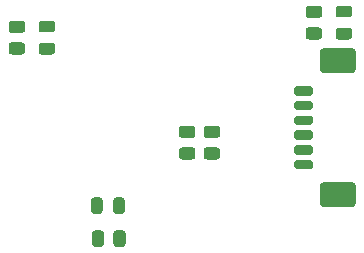
<source format=gbr>
%TF.GenerationSoftware,KiCad,Pcbnew,(5.1.8)-1*%
%TF.CreationDate,2022-04-17T09:09:35+02:00*%
%TF.ProjectId,UPDI-Adapter_V1.0,55504449-2d41-4646-9170-7465725f5631,rev?*%
%TF.SameCoordinates,Original*%
%TF.FileFunction,Paste,Top*%
%TF.FilePolarity,Positive*%
%FSLAX46Y46*%
G04 Gerber Fmt 4.6, Leading zero omitted, Abs format (unit mm)*
G04 Created by KiCad (PCBNEW (5.1.8)-1) date 2022-04-17 09:09:35*
%MOMM*%
%LPD*%
G01*
G04 APERTURE LIST*
G04 APERTURE END LIST*
%TO.C,D1*%
G36*
G01*
X51256250Y-49685000D02*
X50343750Y-49685000D01*
G75*
G02*
X50100000Y-49441250I0J243750D01*
G01*
X50100000Y-48953750D01*
G75*
G02*
X50343750Y-48710000I243750J0D01*
G01*
X51256250Y-48710000D01*
G75*
G02*
X51500000Y-48953750I0J-243750D01*
G01*
X51500000Y-49441250D01*
G75*
G02*
X51256250Y-49685000I-243750J0D01*
G01*
G37*
G36*
G01*
X51256250Y-47810000D02*
X50343750Y-47810000D01*
G75*
G02*
X50100000Y-47566250I0J243750D01*
G01*
X50100000Y-47078750D01*
G75*
G02*
X50343750Y-46835000I243750J0D01*
G01*
X51256250Y-46835000D01*
G75*
G02*
X51500000Y-47078750I0J-243750D01*
G01*
X51500000Y-47566250D01*
G75*
G02*
X51256250Y-47810000I-243750J0D01*
G01*
G37*
%TD*%
%TO.C,D2*%
G36*
G01*
X76402250Y-46540000D02*
X75489750Y-46540000D01*
G75*
G02*
X75246000Y-46296250I0J243750D01*
G01*
X75246000Y-45808750D01*
G75*
G02*
X75489750Y-45565000I243750J0D01*
G01*
X76402250Y-45565000D01*
G75*
G02*
X76646000Y-45808750I0J-243750D01*
G01*
X76646000Y-46296250D01*
G75*
G02*
X76402250Y-46540000I-243750J0D01*
G01*
G37*
G36*
G01*
X76402250Y-48415000D02*
X75489750Y-48415000D01*
G75*
G02*
X75246000Y-48171250I0J243750D01*
G01*
X75246000Y-47683750D01*
G75*
G02*
X75489750Y-47440000I243750J0D01*
G01*
X76402250Y-47440000D01*
G75*
G02*
X76646000Y-47683750I0J-243750D01*
G01*
X76646000Y-48171250D01*
G75*
G02*
X76402250Y-48415000I-243750J0D01*
G01*
G37*
%TD*%
%TO.C,R1*%
G36*
G01*
X48710001Y-49685000D02*
X47809999Y-49685000D01*
G75*
G02*
X47560000Y-49435001I0J249999D01*
G01*
X47560000Y-48909999D01*
G75*
G02*
X47809999Y-48660000I249999J0D01*
G01*
X48710001Y-48660000D01*
G75*
G02*
X48960000Y-48909999I0J-249999D01*
G01*
X48960000Y-49435001D01*
G75*
G02*
X48710001Y-49685000I-249999J0D01*
G01*
G37*
G36*
G01*
X48710001Y-47860000D02*
X47809999Y-47860000D01*
G75*
G02*
X47560000Y-47610001I0J249999D01*
G01*
X47560000Y-47084999D01*
G75*
G02*
X47809999Y-46835000I249999J0D01*
G01*
X48710001Y-46835000D01*
G75*
G02*
X48960000Y-47084999I0J-249999D01*
G01*
X48960000Y-47610001D01*
G75*
G02*
X48710001Y-47860000I-249999J0D01*
G01*
G37*
%TD*%
%TO.C,R2*%
G36*
G01*
X73856001Y-46590000D02*
X72955999Y-46590000D01*
G75*
G02*
X72706000Y-46340001I0J249999D01*
G01*
X72706000Y-45814999D01*
G75*
G02*
X72955999Y-45565000I249999J0D01*
G01*
X73856001Y-45565000D01*
G75*
G02*
X74106000Y-45814999I0J-249999D01*
G01*
X74106000Y-46340001D01*
G75*
G02*
X73856001Y-46590000I-249999J0D01*
G01*
G37*
G36*
G01*
X73856001Y-48415000D02*
X72955999Y-48415000D01*
G75*
G02*
X72706000Y-48165001I0J249999D01*
G01*
X72706000Y-47639999D01*
G75*
G02*
X72955999Y-47390000I249999J0D01*
G01*
X73856001Y-47390000D01*
G75*
G02*
X74106000Y-47639999I0J-249999D01*
G01*
X74106000Y-48165001D01*
G75*
G02*
X73856001Y-48415000I-249999J0D01*
G01*
G37*
%TD*%
%TO.C,X1*%
G36*
G01*
X73130000Y-59405000D02*
X71930000Y-59405000D01*
G75*
G02*
X71730000Y-59205000I0J200000D01*
G01*
X71730000Y-58805000D01*
G75*
G02*
X71930000Y-58605000I200000J0D01*
G01*
X73130000Y-58605000D01*
G75*
G02*
X73330000Y-58805000I0J-200000D01*
G01*
X73330000Y-59205000D01*
G75*
G02*
X73130000Y-59405000I-200000J0D01*
G01*
G37*
G36*
G01*
X73130000Y-58155000D02*
X71930000Y-58155000D01*
G75*
G02*
X71730000Y-57955000I0J200000D01*
G01*
X71730000Y-57555000D01*
G75*
G02*
X71930000Y-57355000I200000J0D01*
G01*
X73130000Y-57355000D01*
G75*
G02*
X73330000Y-57555000I0J-200000D01*
G01*
X73330000Y-57955000D01*
G75*
G02*
X73130000Y-58155000I-200000J0D01*
G01*
G37*
G36*
G01*
X73130000Y-56905000D02*
X71930000Y-56905000D01*
G75*
G02*
X71730000Y-56705000I0J200000D01*
G01*
X71730000Y-56305000D01*
G75*
G02*
X71930000Y-56105000I200000J0D01*
G01*
X73130000Y-56105000D01*
G75*
G02*
X73330000Y-56305000I0J-200000D01*
G01*
X73330000Y-56705000D01*
G75*
G02*
X73130000Y-56905000I-200000J0D01*
G01*
G37*
G36*
G01*
X73130000Y-55655000D02*
X71930000Y-55655000D01*
G75*
G02*
X71730000Y-55455000I0J200000D01*
G01*
X71730000Y-55055000D01*
G75*
G02*
X71930000Y-54855000I200000J0D01*
G01*
X73130000Y-54855000D01*
G75*
G02*
X73330000Y-55055000I0J-200000D01*
G01*
X73330000Y-55455000D01*
G75*
G02*
X73130000Y-55655000I-200000J0D01*
G01*
G37*
G36*
G01*
X73130000Y-54405000D02*
X71930000Y-54405000D01*
G75*
G02*
X71730000Y-54205000I0J200000D01*
G01*
X71730000Y-53805000D01*
G75*
G02*
X71930000Y-53605000I200000J0D01*
G01*
X73130000Y-53605000D01*
G75*
G02*
X73330000Y-53805000I0J-200000D01*
G01*
X73330000Y-54205000D01*
G75*
G02*
X73130000Y-54405000I-200000J0D01*
G01*
G37*
G36*
G01*
X73130000Y-53155000D02*
X71930000Y-53155000D01*
G75*
G02*
X71730000Y-52955000I0J200000D01*
G01*
X71730000Y-52555000D01*
G75*
G02*
X71930000Y-52355000I200000J0D01*
G01*
X73130000Y-52355000D01*
G75*
G02*
X73330000Y-52555000I0J-200000D01*
G01*
X73330000Y-52955000D01*
G75*
G02*
X73130000Y-53155000I-200000J0D01*
G01*
G37*
G36*
G01*
X76680000Y-62605000D02*
X74180000Y-62605000D01*
G75*
G02*
X73930000Y-62355000I0J250000D01*
G01*
X73930000Y-60755000D01*
G75*
G02*
X74180000Y-60505000I250000J0D01*
G01*
X76680000Y-60505000D01*
G75*
G02*
X76930000Y-60755000I0J-250000D01*
G01*
X76930000Y-62355000D01*
G75*
G02*
X76680000Y-62605000I-250000J0D01*
G01*
G37*
G36*
G01*
X76680000Y-51255000D02*
X74180000Y-51255000D01*
G75*
G02*
X73930000Y-51005000I0J250000D01*
G01*
X73930000Y-49405000D01*
G75*
G02*
X74180000Y-49155000I250000J0D01*
G01*
X76680000Y-49155000D01*
G75*
G02*
X76930000Y-49405000I0J-250000D01*
G01*
X76930000Y-51005000D01*
G75*
G02*
X76680000Y-51255000I-250000J0D01*
G01*
G37*
%TD*%
%TO.C,R3*%
G36*
G01*
X63115002Y-58575000D02*
X62215000Y-58575000D01*
G75*
G02*
X61965001Y-58325001I0J249999D01*
G01*
X61965001Y-57799999D01*
G75*
G02*
X62215000Y-57550000I249999J0D01*
G01*
X63115002Y-57550000D01*
G75*
G02*
X63365001Y-57799999I0J-249999D01*
G01*
X63365001Y-58325001D01*
G75*
G02*
X63115002Y-58575000I-249999J0D01*
G01*
G37*
G36*
G01*
X63115002Y-56750000D02*
X62215000Y-56750000D01*
G75*
G02*
X61965001Y-56500001I0J249999D01*
G01*
X61965001Y-55974999D01*
G75*
G02*
X62215000Y-55725000I249999J0D01*
G01*
X63115002Y-55725000D01*
G75*
G02*
X63365001Y-55974999I0J-249999D01*
G01*
X63365001Y-56500001D01*
G75*
G02*
X63115002Y-56750000I-249999J0D01*
G01*
G37*
%TD*%
%TO.C,R4*%
G36*
G01*
X65220001Y-56750000D02*
X64319999Y-56750000D01*
G75*
G02*
X64070000Y-56500001I0J249999D01*
G01*
X64070000Y-55974999D01*
G75*
G02*
X64319999Y-55725000I249999J0D01*
G01*
X65220001Y-55725000D01*
G75*
G02*
X65470000Y-55974999I0J-249999D01*
G01*
X65470000Y-56500001D01*
G75*
G02*
X65220001Y-56750000I-249999J0D01*
G01*
G37*
G36*
G01*
X65220001Y-58575000D02*
X64319999Y-58575000D01*
G75*
G02*
X64070000Y-58325001I0J249999D01*
G01*
X64070000Y-57799999D01*
G75*
G02*
X64319999Y-57550000I249999J0D01*
G01*
X65220001Y-57550000D01*
G75*
G02*
X65470000Y-57799999I0J-249999D01*
G01*
X65470000Y-58325001D01*
G75*
G02*
X65220001Y-58575000I-249999J0D01*
G01*
G37*
%TD*%
%TO.C,D3*%
G36*
G01*
X54533500Y-62940250D02*
X54533500Y-62027750D01*
G75*
G02*
X54777250Y-61784000I243750J0D01*
G01*
X55264750Y-61784000D01*
G75*
G02*
X55508500Y-62027750I0J-243750D01*
G01*
X55508500Y-62940250D01*
G75*
G02*
X55264750Y-63184000I-243750J0D01*
G01*
X54777250Y-63184000D01*
G75*
G02*
X54533500Y-62940250I0J243750D01*
G01*
G37*
G36*
G01*
X56408500Y-62940250D02*
X56408500Y-62027750D01*
G75*
G02*
X56652250Y-61784000I243750J0D01*
G01*
X57139750Y-61784000D01*
G75*
G02*
X57383500Y-62027750I0J-243750D01*
G01*
X57383500Y-62940250D01*
G75*
G02*
X57139750Y-63184000I-243750J0D01*
G01*
X56652250Y-63184000D01*
G75*
G02*
X56408500Y-62940250I0J243750D01*
G01*
G37*
%TD*%
%TO.C,R5*%
G36*
G01*
X57455500Y-64827999D02*
X57455500Y-65728001D01*
G75*
G02*
X57205501Y-65978000I-249999J0D01*
G01*
X56680499Y-65978000D01*
G75*
G02*
X56430500Y-65728001I0J249999D01*
G01*
X56430500Y-64827999D01*
G75*
G02*
X56680499Y-64578000I249999J0D01*
G01*
X57205501Y-64578000D01*
G75*
G02*
X57455500Y-64827999I0J-249999D01*
G01*
G37*
G36*
G01*
X55630500Y-64827999D02*
X55630500Y-65728001D01*
G75*
G02*
X55380501Y-65978000I-249999J0D01*
G01*
X54855499Y-65978000D01*
G75*
G02*
X54605500Y-65728001I0J249999D01*
G01*
X54605500Y-64827999D01*
G75*
G02*
X54855499Y-64578000I249999J0D01*
G01*
X55380501Y-64578000D01*
G75*
G02*
X55630500Y-64827999I0J-249999D01*
G01*
G37*
%TD*%
M02*

</source>
